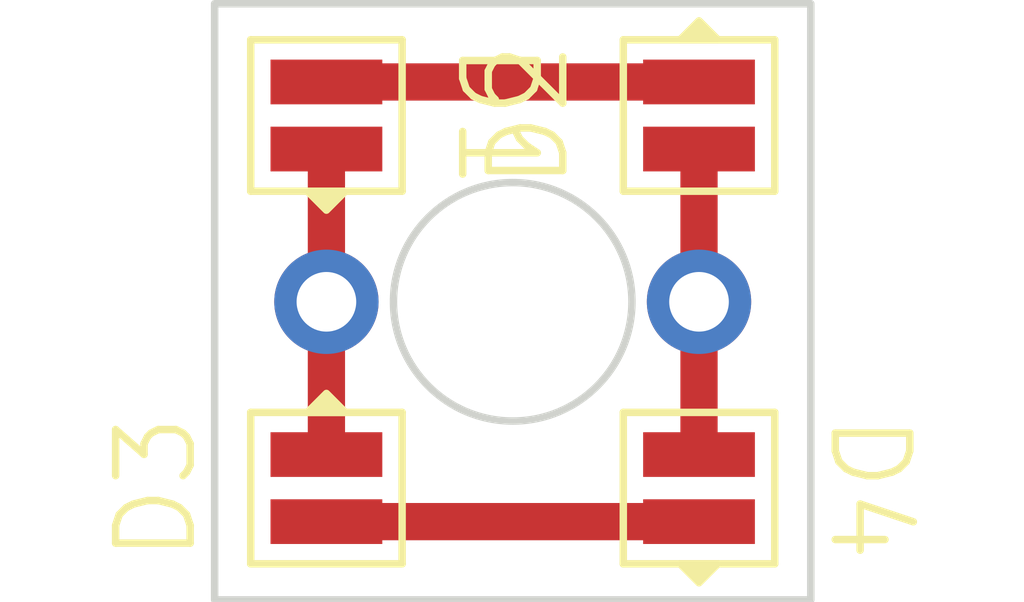
<source format=kicad_pcb>
(kicad_pcb (version 20221018) (generator pcbnew)
  (layers (0 "F.Cu" signal) (31 "B.Cu" signal) (34 "B.Paste" user) (35 "F.Paste" user) (36 "B.SilkS" user "B.Silkscreen") (37 "F.SilkS" user "F.Silkscreen") (38 "B.Mask" user) (39 "F.Mask" user) (44 "Edge.Cuts" user))
  (net 0 "")
  (net 1 "Net-(D1-K)")
  (net 2 "Net-(D3-K)")
  (net 3 "/Vin")
  (net 4 "/GND")
  (footprint "SST-10-IRD-B130-S940:XQE" (layer "F.Cu") (at 97.5 102.5 90)
    (fp_text reference "D3" (at 0 -2.286 90 unlocked) (layer "F.SilkS") (effects (font (thickness 0.1))))
    (fp_text value "LED")
    (fp_line (start -1.016 -1.016) (end 1.016 -1.016) (stroke (width 0.1)) (layer "F.SilkS"))
    (fp_line (start -1.016 1.016) (end -1.016 -1.016) (stroke (width 0.1)) (layer "F.SilkS"))
    (fp_line (start 1.016 -1.016) (end 1.016 1.016) (stroke (width 0.1)) (layer "F.SilkS"))
    (fp_line (start 1.016 1.016) (end -1.016 1.016) (stroke (width 0.1)) (layer "F.SilkS"))
    (fp_poly (pts (xy 1.016 0.254) (xy 1.016 -0.254) (xy 1.27 0)) (stroke (width 0.1)) (fill solid) (layer "F.SilkS"))
    (pad "1" smd rect (at -0.45 0 90) (size 0.6 1.5) (layers "F.Cu" "F.Paste" "F.Mask") (net 2 "Net-(D3-K)"))
    (pad "2" smd rect (at 0.45 0 90) (size 0.6 1.5) (layers "F.Cu" "F.Paste" "F.Mask") (net 3 "/Vin"))
  )
  (footprint "SST-10-IRD-B130-S940:XQE" (layer "F.Cu") (at 97.5 97.5 -90)
    (fp_text reference "D1" (at 0 -2.286 -90 unlocked) (layer "F.SilkS") (effects (font (thickness 0.1))))
    (fp_text value "LED")
    (fp_line (start -1.016 -1.016) (end 1.016 -1.016) (stroke (width 0.1)) (layer "F.SilkS"))
    (fp_line (start -1.016 1.016) (end -1.016 -1.016) (stroke (width 0.1)) (layer "F.SilkS"))
    (fp_line (start 1.016 -1.016) (end 1.016 1.016) (stroke (width 0.1)) (layer "F.SilkS"))
    (fp_line (start 1.016 1.016) (end -1.016 1.016) (stroke (width 0.1)) (layer "F.SilkS"))
    (fp_poly (pts (xy 1.016 0.254) (xy 1.016 -0.254) (xy 1.27 0)) (stroke (width 0.1)) (fill solid) (layer "F.SilkS"))
    (pad "1" smd rect (at -0.45 0 270) (size 0.6 1.5) (layers "F.Cu" "F.Paste" "F.Mask") (net 1 "Net-(D1-K)"))
    (pad "2" smd rect (at 0.45 0 270) (size 0.6 1.5) (layers "F.Cu" "F.Paste" "F.Mask") (net 3 "/Vin"))
  )
  (footprint "SST-10-IRD-B130-S940:XQE" (layer "F.Cu") (at 102.5 102.5 -90)
    (fp_text reference "D4" (at 0 -2.286 -90 unlocked) (layer "F.SilkS") (effects (font (thickness 0.1))))
    (fp_text value "LED")
    (fp_line (start -1.016 -1.016) (end 1.016 -1.016) (stroke (width 0.1)) (layer "F.SilkS"))
    (fp_line (start -1.016 1.016) (end -1.016 -1.016) (stroke (width 0.1)) (layer "F.SilkS"))
    (fp_line (start 1.016 -1.016) (end 1.016 1.016) (stroke (width 0.1)) (layer "F.SilkS"))
    (fp_line (start 1.016 1.016) (end -1.016 1.016) (stroke (width 0.1)) (layer "F.SilkS"))
    (fp_poly (pts (xy 1.016 0.254) (xy 1.016 -0.254) (xy 1.27 0)) (stroke (width 0.1)) (fill solid) (layer "F.SilkS"))
    (pad "1" smd rect (at -0.45 0 270) (size 0.6 1.5) (layers "F.Cu" "F.Paste" "F.Mask") (net 4 "/GND"))
    (pad "2" smd rect (at 0.45 0 270) (size 0.6 1.5) (layers "F.Cu" "F.Paste" "F.Mask") (net 2 "Net-(D3-K)"))
  )
  (footprint "SST-10-IRD-B130-S940:XQE" (layer "F.Cu") (at 102.5 97.5 90)
    (fp_text reference "D2" (at 0 -2.286 90 unlocked) (layer "F.SilkS") (effects (font (thickness 0.1))))
    (fp_text value "LED")
    (fp_line (start -1.016 -1.016) (end 1.016 -1.016) (stroke (width 0.1)) (layer "F.SilkS"))
    (fp_line (start -1.016 1.016) (end -1.016 -1.016) (stroke (width 0.1)) (layer "F.SilkS"))
    (fp_line (start 1.016 -1.016) (end 1.016 1.016) (stroke (width 0.1)) (layer "F.SilkS"))
    (fp_line (start 1.016 1.016) (end -1.016 1.016) (stroke (width 0.1)) (layer "F.SilkS"))
    (fp_poly (pts (xy 1.016 0.254) (xy 1.016 -0.254) (xy 1.27 0)) (stroke (width 0.1)) (fill solid) (layer "F.SilkS"))
    (pad "1" smd rect (at -0.45 0 90) (size 0.6 1.5) (layers "F.Cu" "F.Paste" "F.Mask") (net 4 "/GND"))
    (pad "2" smd rect (at 0.45 0 90) (size 0.6 1.5) (layers "F.Cu" "F.Paste" "F.Mask") (net 1 "Net-(D1-K)"))
  )
  (gr_circle (center 100 100) (end 101.6 100) (stroke (width 0.1)) (fill none) (layer "Edge.Cuts"))
  (gr_rect (start 96 96) (end 104 104) (stroke (width 0.1)) (fill none) (layer "Edge.Cuts"))
  (segment (start 97.5 97.05) (end 102.5 97.05) (width 0.5) (layer "F.Cu") (net 1))
  (segment (start 97.5 102.95) (end 102.5 102.95) (width 0.5) (layer "F.Cu") (net 2))
  (segment (start 97.5 102.05) (end 97.5 100) (width 0.5) (layer "F.Cu") (net 3))
  (segment (start 97.5 97.95) (end 97.5 100) (width 0.5) (layer "F.Cu") (net 3))
  (via (at 97.5 100) (size 1.4) (drill 0.8) (layers "F.Cu" "B.Cu") (net 3))
  (segment (start 102.5 97.95) (end 102.5 100) (width 0.5) (layer "F.Cu") (net 4))
  (segment (start 102.5 100) (end 102.5 102.05) (width 0.5) (layer "F.Cu") (net 4))
  (via (at 102.5 100) (size 1.4) (drill 0.8) (layers "F.Cu" "B.Cu") (net 4))
)
</source>
